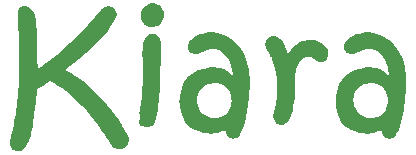
<source format=gbr>
%TF.GenerationSoftware,Altium Limited,Altium Designer,20.0.10 (225)*%
G04 Layer_Color=8388736*
%FSLAX26Y26*%
%MOIN*%
%TF.FileFunction,Soldermask,Top*%
%TF.Part,Single*%
G01*
G75*
G36*
X4136869Y2926038D02*
X4140805Y2925381D01*
X4144742Y2924069D01*
X4149335Y2922101D01*
X4153927Y2919477D01*
X4157864Y2915540D01*
X4158520Y2914884D01*
X4159832Y2913572D01*
X4161145Y2911603D01*
X4163113Y2908323D01*
X4165081Y2904386D01*
X4167049Y2899794D01*
X4167706Y2893889D01*
X4168362Y2887984D01*
Y2887328D01*
Y2886015D01*
Y2884047D01*
X4167706Y2882079D01*
X4166393Y2875518D01*
X4163113Y2868301D01*
X4158520Y2860428D01*
X4155240Y2857147D01*
X4151303Y2854523D01*
X4146710Y2851898D01*
X4141462Y2849930D01*
X4135557Y2848618D01*
X4128340Y2847962D01*
X4125715D01*
X4122435Y2848618D01*
X4118498Y2849274D01*
X4114561Y2850586D01*
X4109969Y2852554D01*
X4105376Y2855179D01*
X4100783Y2859115D01*
X4100127Y2859771D01*
X4099471Y2861084D01*
X4097503Y2863708D01*
X4095535Y2866989D01*
X4093566Y2870925D01*
X4092254Y2875518D01*
X4090942Y2880111D01*
X4090286Y2886015D01*
Y2886672D01*
Y2888640D01*
X4090942Y2891920D01*
X4091598Y2895857D01*
X4092910Y2900450D01*
X4095535Y2905042D01*
X4098159Y2909635D01*
X4102096Y2914228D01*
X4102752Y2914884D01*
X4104064Y2916196D01*
X4106688Y2918164D01*
X4109969Y2920789D01*
X4114561Y2922757D01*
X4119154Y2924725D01*
X4125059Y2926038D01*
X4130964Y2926694D01*
X4133588D01*
X4136869Y2926038D01*
D02*
G37*
G36*
X4540370Y2818437D02*
X4545619Y2815813D01*
X4548900Y2813845D01*
X4552180Y2811220D01*
X4556117Y2807940D01*
X4560053Y2803347D01*
X4563334Y2798098D01*
X4567270Y2792193D01*
X4570551Y2784320D01*
X4574488Y2775791D01*
X4577768Y2765949D01*
X4580392Y2754796D01*
Y2755452D01*
X4581705Y2756764D01*
X4583017Y2759388D01*
X4584329Y2762669D01*
X4590234Y2770542D01*
X4598107Y2779727D01*
X4607949Y2788257D01*
X4613854Y2792849D01*
X4621071Y2796130D01*
X4628288Y2799410D01*
X4636161Y2802035D01*
X4645346Y2803347D01*
X4654532Y2804003D01*
X4659124D01*
X4663717Y2803347D01*
X4670278Y2802691D01*
X4676839Y2800723D01*
X4684712Y2798754D01*
X4691929Y2795474D01*
X4698490Y2790881D01*
X4699146Y2790225D01*
X4701115Y2788257D01*
X4704395Y2785632D01*
X4707676Y2781696D01*
X4710300Y2777103D01*
X4713581Y2771854D01*
X4715549Y2765293D01*
X4716205Y2758076D01*
Y2757420D01*
Y2756108D01*
X4715549Y2754140D01*
Y2751515D01*
X4712925Y2744954D01*
X4711613Y2741674D01*
X4708988Y2738393D01*
X4707676Y2737081D01*
X4704395Y2734456D01*
X4698490Y2731832D01*
X4695210Y2731176D01*
X4691273Y2730520D01*
X4689961D01*
X4686025Y2731832D01*
X4679464Y2734456D01*
X4675527Y2736425D01*
X4671590Y2739705D01*
X4670934Y2740361D01*
X4669622Y2741017D01*
X4667654Y2742330D01*
X4665029Y2744298D01*
X4658468Y2747579D01*
X4655188Y2748235D01*
X4652564Y2748891D01*
X4649283D01*
X4645346Y2747579D01*
X4640098Y2746266D01*
X4634849Y2744298D01*
X4628944Y2740361D01*
X4623039Y2735769D01*
X4617790Y2729208D01*
X4617134Y2728552D01*
X4615822Y2725927D01*
X4613854Y2721334D01*
X4611229Y2715430D01*
X4608605Y2708213D01*
X4606636Y2699027D01*
X4605324Y2688530D01*
X4604668Y2676720D01*
Y2643915D01*
Y2643259D01*
Y2641290D01*
Y2638666D01*
Y2634729D01*
X4604012Y2630137D01*
Y2624888D01*
X4603356Y2611766D01*
X4602044Y2597988D01*
X4599419Y2582897D01*
X4596795Y2568463D01*
X4592858Y2555341D01*
Y2554685D01*
X4592202Y2554029D01*
X4590890Y2550092D01*
X4587610Y2544844D01*
X4584329Y2538939D01*
X4579080Y2532378D01*
X4573832Y2527129D01*
X4567270Y2523192D01*
X4563990Y2522536D01*
X4560053Y2521880D01*
X4558741D01*
X4555461Y2522536D01*
X4551524Y2523192D01*
X4546275Y2525161D01*
X4541026Y2528441D01*
X4537090Y2533690D01*
X4533809Y2540251D01*
X4532497Y2549436D01*
Y2550749D01*
X4533153Y2552717D01*
Y2555341D01*
X4533809Y2559934D01*
X4535122Y2565839D01*
X4537090Y2573056D01*
X4539058Y2582897D01*
Y2583553D01*
X4539714Y2584210D01*
X4540370Y2587490D01*
X4541683Y2593395D01*
X4542995Y2600612D01*
X4544307Y2608485D01*
X4544963Y2617671D01*
X4546275Y2626856D01*
Y2636041D01*
Y2636698D01*
Y2639322D01*
Y2642602D01*
Y2647195D01*
X4545619Y2653100D01*
X4544963Y2659661D01*
Y2667534D01*
X4543651Y2675407D01*
X4541683Y2693122D01*
X4537746Y2710837D01*
X4533153Y2729208D01*
X4526592Y2745610D01*
Y2746266D01*
X4525936Y2747579D01*
X4524624Y2748891D01*
X4522656Y2752171D01*
X4520687Y2756108D01*
X4517407Y2762013D01*
X4512814Y2769886D01*
Y2770542D01*
X4511502Y2772510D01*
X4510846Y2774479D01*
X4509534Y2777759D01*
X4506909Y2784976D01*
X4506253Y2788913D01*
X4505597Y2792193D01*
Y2792849D01*
Y2794162D01*
X4506253Y2795474D01*
X4506909Y2798098D01*
X4509534Y2804003D01*
X4511502Y2807284D01*
X4514782Y2810564D01*
X4515439Y2811220D01*
X4516095Y2811876D01*
X4518063Y2813189D01*
X4520687Y2815157D01*
X4527248Y2817781D01*
X4531185Y2818437D01*
X4535122Y2819093D01*
X4536434D01*
X4540370Y2818437D01*
D02*
G37*
G36*
X4861859Y2828935D02*
X4869733Y2827623D01*
X4878918Y2824998D01*
X4889416Y2821062D01*
X4901225Y2815813D01*
X4913035Y2809252D01*
X4924189Y2800066D01*
X4935999Y2788913D01*
X4941247Y2782352D01*
X4946496Y2775135D01*
X4951089Y2767262D01*
X4955682Y2758732D01*
X4960274Y2749547D01*
X4963555Y2739705D01*
X4966835Y2728552D01*
X4970116Y2716742D01*
X4972084Y2704276D01*
X4974052Y2690498D01*
X4974709Y2676064D01*
X4975365Y2660973D01*
Y2660317D01*
Y2657693D01*
Y2654412D01*
Y2649164D01*
X4974709Y2642602D01*
X4974052Y2635385D01*
X4973396Y2626856D01*
X4972740Y2617015D01*
X4972084Y2606517D01*
X4970116Y2595363D01*
X4968804Y2583553D01*
X4966835Y2571088D01*
X4961587Y2544844D01*
X4955026Y2516631D01*
Y2515975D01*
X4954369Y2514663D01*
X4953713Y2512695D01*
X4953057Y2510070D01*
X4950433Y2503509D01*
X4946496Y2496292D01*
X4941904Y2488419D01*
X4935999Y2481858D01*
X4932062Y2479234D01*
X4928782Y2477265D01*
X4924845Y2475953D01*
X4920252Y2475297D01*
X4918940D01*
X4916316Y2475953D01*
X4912379Y2476609D01*
X4907786Y2479234D01*
X4902538Y2482514D01*
X4898601Y2487763D01*
X4895977Y2494980D01*
X4894664Y2498917D01*
Y2504165D01*
Y2504822D01*
Y2505478D01*
X4892040Y2504165D01*
X4888103Y2501541D01*
X4882199Y2499573D01*
X4874981Y2496948D01*
X4867108Y2494324D01*
X4857923Y2493012D01*
X4847425Y2492356D01*
X4842833D01*
X4838896Y2493012D01*
X4834959D01*
X4829711Y2493668D01*
X4818557Y2495636D01*
X4806091Y2499573D01*
X4792969Y2504165D01*
X4780503Y2511383D01*
X4773942Y2515319D01*
X4768693Y2520568D01*
Y2521224D01*
X4767381Y2521880D01*
X4766069Y2523848D01*
X4764100Y2525817D01*
X4759508Y2532378D01*
X4754915Y2541563D01*
X4749666Y2552717D01*
X4745074Y2566495D01*
X4741793Y2582241D01*
X4741137Y2591427D01*
X4740481Y2600612D01*
Y2601268D01*
Y2602580D01*
Y2605861D01*
X4741137Y2609141D01*
Y2613734D01*
X4741793Y2618327D01*
X4744417Y2630137D01*
X4747698Y2643259D01*
X4752947Y2657037D01*
X4760820Y2670159D01*
X4765413Y2676720D01*
X4770662Y2682625D01*
X4771318Y2683281D01*
X4771974Y2683937D01*
X4773942Y2685249D01*
X4776566Y2687217D01*
X4779191Y2689842D01*
X4783127Y2692466D01*
X4792313Y2698371D01*
X4804123Y2703620D01*
X4817901Y2708869D01*
X4834303Y2712149D01*
X4842833Y2713461D01*
X4856611D01*
X4859235Y2712805D01*
X4867108Y2712149D01*
X4876950Y2710181D01*
X4888103Y2706900D01*
X4898601Y2701651D01*
X4909099Y2695090D01*
X4918284Y2685905D01*
Y2687217D01*
Y2689842D01*
X4917628Y2693778D01*
X4916316Y2699683D01*
X4915003Y2706244D01*
X4913691Y2714117D01*
X4911067Y2721991D01*
X4907786Y2730520D01*
X4904506Y2738393D01*
X4899913Y2746266D01*
X4894008Y2754140D01*
X4887447Y2760700D01*
X4880230Y2766605D01*
X4871045Y2770542D01*
X4861203Y2773823D01*
X4850050Y2774479D01*
X4847425D01*
X4844801Y2773823D01*
X4840864Y2773166D01*
X4836271Y2772510D01*
X4831023Y2770542D01*
X4825118Y2768574D01*
X4818557Y2765293D01*
X4817901Y2764637D01*
X4815932Y2763981D01*
X4812652Y2762669D01*
X4809371Y2760700D01*
X4801498Y2757420D01*
X4797562Y2756764D01*
X4794937Y2756108D01*
X4792969D01*
X4791001Y2756764D01*
X4788376Y2757420D01*
X4782471Y2759388D01*
X4779191Y2761357D01*
X4775910Y2763981D01*
Y2764637D01*
X4774598Y2765293D01*
X4773286Y2767262D01*
X4771974Y2769886D01*
X4769349Y2775791D01*
X4768693Y2779727D01*
X4768037Y2783664D01*
Y2784320D01*
X4768693Y2786945D01*
X4769349Y2790225D01*
X4771318Y2794162D01*
X4773942Y2799410D01*
X4778535Y2804659D01*
X4784440Y2810564D01*
X4792313Y2815813D01*
X4793625Y2816469D01*
X4796905Y2817781D01*
X4801498Y2820406D01*
X4808715Y2823030D01*
X4817244Y2825654D01*
X4827086Y2828279D01*
X4838240Y2829591D01*
X4850050Y2830247D01*
X4855298D01*
X4861859Y2828935D01*
D02*
G37*
G36*
X4340916Y2828935D02*
X4348789Y2827623D01*
X4357975Y2824998D01*
X4368472Y2821062D01*
X4380282Y2815813D01*
X4392092Y2809252D01*
X4403245Y2800066D01*
X4415055Y2788913D01*
X4420304Y2782352D01*
X4425553Y2775135D01*
X4430146Y2767261D01*
X4434738Y2758732D01*
X4439331Y2749547D01*
X4442611Y2739705D01*
X4445892Y2728552D01*
X4449172Y2716742D01*
X4451141Y2704276D01*
X4453109Y2690498D01*
X4453765Y2676064D01*
X4454421Y2660973D01*
Y2660317D01*
Y2657693D01*
Y2654412D01*
Y2649163D01*
X4453765Y2642602D01*
X4453109Y2635385D01*
X4452453Y2626856D01*
X4451797Y2617015D01*
X4451141Y2606517D01*
X4449172Y2595363D01*
X4447860Y2583553D01*
X4445892Y2571088D01*
X4440643Y2544843D01*
X4434082Y2516631D01*
Y2515975D01*
X4433426Y2514663D01*
X4432770Y2512695D01*
X4432114Y2510070D01*
X4429489Y2503509D01*
X4425553Y2496292D01*
X4420960Y2488419D01*
X4415055Y2481858D01*
X4411119Y2479233D01*
X4407838Y2477265D01*
X4403902Y2475953D01*
X4399309Y2475297D01*
X4397997D01*
X4395372Y2475953D01*
X4391436Y2476609D01*
X4386843Y2479233D01*
X4381594Y2482514D01*
X4377658Y2487763D01*
X4375033Y2494980D01*
X4373721Y2498916D01*
Y2504165D01*
Y2504821D01*
Y2505477D01*
X4371097Y2504165D01*
X4367160Y2501541D01*
X4361255Y2499573D01*
X4354038Y2496948D01*
X4346165Y2494324D01*
X4336979Y2493012D01*
X4326482Y2492356D01*
X4321889D01*
X4317953Y2493012D01*
X4314016D01*
X4308767Y2493668D01*
X4297613Y2495636D01*
X4285148Y2499573D01*
X4272025Y2504165D01*
X4259560Y2511382D01*
X4252999Y2515319D01*
X4247750Y2520568D01*
Y2521224D01*
X4246438Y2521880D01*
X4245125Y2523848D01*
X4243157Y2525817D01*
X4238564Y2532378D01*
X4233972Y2541563D01*
X4228723Y2552717D01*
X4224130Y2566495D01*
X4220850Y2582241D01*
X4220194Y2591427D01*
X4219538Y2600612D01*
Y2601268D01*
Y2602580D01*
Y2605861D01*
X4220194Y2609141D01*
Y2613734D01*
X4220850Y2618327D01*
X4223474Y2630137D01*
X4226755Y2643258D01*
X4232003Y2657037D01*
X4239877Y2670159D01*
X4244469Y2676720D01*
X4249718Y2682624D01*
X4250374Y2683281D01*
X4251030Y2683937D01*
X4252999Y2685249D01*
X4255623Y2687217D01*
X4258247Y2689842D01*
X4262184Y2692466D01*
X4271369Y2698371D01*
X4283179Y2703620D01*
X4296957Y2708869D01*
X4313360Y2712149D01*
X4321889Y2713461D01*
X4335667D01*
X4338292Y2712805D01*
X4346165Y2712149D01*
X4356006Y2710181D01*
X4367160Y2706900D01*
X4377658Y2701651D01*
X4388155Y2695090D01*
X4397341Y2685905D01*
Y2687217D01*
Y2689842D01*
X4396685Y2693778D01*
X4395372Y2699683D01*
X4394060Y2706244D01*
X4392748Y2714117D01*
X4390123Y2721990D01*
X4386843Y2730520D01*
X4383562Y2738393D01*
X4378970Y2746266D01*
X4373065Y2754139D01*
X4366504Y2760700D01*
X4359287Y2766605D01*
X4350101Y2770542D01*
X4340260Y2773822D01*
X4329106Y2774479D01*
X4326482D01*
X4323857Y2773822D01*
X4319921Y2773166D01*
X4315328Y2772510D01*
X4310079Y2770542D01*
X4304174Y2768574D01*
X4297613Y2765293D01*
X4296957Y2764637D01*
X4294989Y2763981D01*
X4291708Y2762669D01*
X4288428Y2760700D01*
X4280555Y2757420D01*
X4276618Y2756764D01*
X4273994Y2756108D01*
X4272025D01*
X4270057Y2756764D01*
X4267433Y2757420D01*
X4261528Y2759388D01*
X4258247Y2761356D01*
X4254967Y2763981D01*
Y2764637D01*
X4253655Y2765293D01*
X4252342Y2767261D01*
X4251030Y2769886D01*
X4248406Y2775791D01*
X4247750Y2779727D01*
X4247094Y2783664D01*
Y2784320D01*
X4247750Y2786944D01*
X4248406Y2790225D01*
X4250374Y2794162D01*
X4252998Y2799410D01*
X4257591Y2804659D01*
X4263496Y2810564D01*
X4271369Y2815813D01*
X4272681Y2816469D01*
X4275962Y2817781D01*
X4280555Y2820405D01*
X4287772Y2823030D01*
X4296301Y2825654D01*
X4306143Y2828279D01*
X4317296Y2829591D01*
X4329106Y2830247D01*
X4334355D01*
X4340916Y2828935D01*
D02*
G37*
G36*
X4134244Y2824342D02*
X4138837Y2823030D01*
X4144086Y2821062D01*
X4148679Y2817125D01*
X4153271Y2811220D01*
X4155240Y2807940D01*
X4156552Y2803347D01*
X4157864Y2798754D01*
Y2792849D01*
Y2792193D01*
Y2790881D01*
Y2788913D01*
Y2786288D01*
Y2783008D01*
X4157864Y2778415D01*
Y2767918D01*
Y2755452D01*
X4157208Y2741017D01*
Y2725271D01*
X4156552Y2708212D01*
X4155896Y2690498D01*
X4155240Y2672127D01*
X4153271Y2635385D01*
X4151959Y2617015D01*
X4150647Y2599956D01*
X4148679Y2584209D01*
X4146710Y2569775D01*
Y2568463D01*
X4146054Y2565183D01*
X4144742Y2559934D01*
X4144086Y2554029D01*
X4142774Y2547468D01*
X4140806Y2541563D01*
X4139493Y2535658D01*
X4137525Y2531722D01*
X4136869Y2531065D01*
X4136213Y2529097D01*
X4133588Y2525817D01*
X4130964Y2522536D01*
X4127027Y2519256D01*
X4122435Y2515975D01*
X4117186Y2514007D01*
X4110625Y2513351D01*
X4108657D01*
X4106032Y2514007D01*
X4103408Y2514663D01*
X4096847Y2516631D01*
X4092910Y2518599D01*
X4089630Y2521224D01*
Y2521880D01*
X4088318Y2522536D01*
X4086349Y2526473D01*
X4085693Y2529753D01*
X4085037Y2533034D01*
X4085693Y2536970D01*
X4087005Y2540907D01*
X4087661Y2541563D01*
X4088318Y2542875D01*
X4088974Y2544843D01*
Y2547468D01*
Y2551405D01*
X4087661Y2555997D01*
X4085693Y2561246D01*
Y2561902D01*
X4086349Y2564526D01*
X4087661Y2568463D01*
X4088318Y2573712D01*
X4089630Y2580929D01*
X4090942Y2588802D01*
X4092254Y2597988D01*
X4093566Y2607829D01*
Y2608485D01*
Y2609797D01*
X4094222Y2611766D01*
Y2614390D01*
Y2617671D01*
X4094878Y2621607D01*
X4095535Y2631449D01*
X4096191Y2643915D01*
X4096847Y2657693D01*
X4097503Y2673439D01*
Y2690498D01*
Y2691154D01*
Y2693778D01*
Y2698371D01*
Y2703620D01*
Y2710181D01*
Y2717398D01*
X4096847Y2725271D01*
Y2733800D01*
Y2735113D01*
Y2737737D01*
Y2741017D01*
Y2745610D01*
X4096191Y2750203D01*
Y2754139D01*
Y2757420D01*
Y2758732D01*
Y2759388D01*
Y2760044D01*
Y2764637D01*
X4096847Y2770542D01*
Y2777759D01*
X4097503Y2784976D01*
X4098815Y2792849D01*
X4100127Y2799410D01*
X4102096Y2804659D01*
X4102752Y2805315D01*
X4103408Y2807940D01*
X4105376Y2811220D01*
X4108000Y2815157D01*
X4111937Y2818437D01*
X4116530Y2821718D01*
X4122435Y2824342D01*
X4129652Y2824998D01*
X4130964D01*
X4134244Y2824342D01*
D02*
G37*
G36*
X3711060Y2917508D02*
X3715653Y2915540D01*
X3722214Y2911603D01*
X3725494Y2908323D01*
X3728119Y2905042D01*
X3731399Y2900450D01*
X3734023Y2895201D01*
X3737304Y2888640D01*
X3739272Y2881423D01*
X3741240Y2872893D01*
X3742553Y2863052D01*
Y2861740D01*
Y2860427D01*
X3743209Y2857803D01*
Y2853867D01*
Y2848618D01*
X3743865Y2842713D01*
Y2834840D01*
X3744521Y2825654D01*
Y2815157D01*
X3745177Y2802035D01*
X3745833Y2787600D01*
X3745833Y2770542D01*
X3746489Y2751515D01*
Y2729864D01*
X3747146Y2718710D01*
Y2706244D01*
X3748458Y2706900D01*
X3751738Y2709524D01*
X3757643Y2714117D01*
X3765516Y2719366D01*
X3774702Y2726583D01*
X3785855Y2735112D01*
X3797665Y2744954D01*
X3810787Y2755452D01*
X3825221Y2767261D01*
X3839655Y2779727D01*
X3854746Y2793505D01*
X3869836Y2807283D01*
X3900017Y2837464D01*
X3914451Y2853211D01*
X3928229Y2869613D01*
Y2870269D01*
X3929541Y2870925D01*
X3932166Y2874862D01*
X3936758Y2880111D01*
X3942007Y2886015D01*
X3947256Y2892577D01*
X3951849Y2897825D01*
X3955785Y2902418D01*
X3957097Y2903730D01*
X3957753Y2904386D01*
X3958410Y2905042D01*
X3959722Y2906355D01*
X3962346Y2908323D01*
X3964971Y2910947D01*
X3968907Y2912916D01*
X3973500Y2914884D01*
X3978093Y2916196D01*
X3983341Y2916852D01*
X3984654D01*
X3987278Y2916196D01*
X3991871Y2915540D01*
X3997119Y2913572D01*
X4001712Y2910291D01*
X4006305Y2905698D01*
X4008929Y2899137D01*
X4010242Y2890608D01*
Y2889952D01*
Y2887984D01*
X4008929Y2884703D01*
X4007617Y2880111D01*
X4004993Y2874206D01*
X4001056Y2866332D01*
X3995807Y2857803D01*
X3989246Y2847306D01*
X3980061Y2834840D01*
X3968907Y2821062D01*
X3962346Y2813845D01*
X3955129Y2805971D01*
X3946600Y2798098D01*
X3938070Y2789569D01*
X3928885Y2780383D01*
X3919044Y2770542D01*
X3907890Y2760700D01*
X3896080Y2750859D01*
X3883614Y2739705D01*
X3869836Y2728551D01*
X3855402Y2716742D01*
X3839656Y2704932D01*
X3840312Y2704276D01*
X3842280Y2703620D01*
X3846217Y2700995D01*
X3850809Y2698371D01*
X3856714Y2695090D01*
X3863275Y2690498D01*
X3870492Y2685905D01*
X3879022Y2680000D01*
X3888207Y2673439D01*
X3897392Y2666878D01*
X3917075Y2650476D01*
X3937414Y2632105D01*
X3957754Y2611766D01*
X3958410Y2611110D01*
X3959722Y2609797D01*
X3962346Y2607173D01*
X3964971Y2603236D01*
X3968907Y2599300D01*
X3973500Y2594051D01*
X3978093Y2588146D01*
X3983341Y2582241D01*
X3994495Y2568463D01*
X4006305Y2552717D01*
X4017459Y2536970D01*
X4027956Y2520568D01*
Y2519912D01*
X4029269Y2519256D01*
X4029925Y2517287D01*
X4031893Y2514663D01*
X4035173Y2508758D01*
X4039766Y2500885D01*
X4043703Y2493012D01*
X4047639Y2485138D01*
X4050264Y2477265D01*
X4050920Y2471360D01*
Y2470704D01*
Y2469392D01*
X4050264Y2466768D01*
X4049608Y2464143D01*
X4046983Y2457582D01*
X4045015Y2453646D01*
X4041734Y2450365D01*
X4041078Y2449709D01*
X4040422Y2449053D01*
X4038454Y2447741D01*
X4035829Y2445772D01*
X4028612Y2442492D01*
X4024020Y2441836D01*
X4019427Y2441180D01*
X4016803D01*
X4014178Y2441836D01*
X4010898Y2442492D01*
X4006961Y2443804D01*
X4003024Y2445772D01*
X3999088Y2448397D01*
X3995807Y2451677D01*
X3995151Y2452333D01*
X3994495Y2453646D01*
X3991871Y2456270D01*
X3989246Y2460863D01*
X3985310Y2466111D01*
X3980061Y2473329D01*
X3974156Y2482514D01*
X3966939Y2493668D01*
Y2494324D01*
X3966283Y2494980D01*
X3963659Y2498916D01*
X3959722Y2505477D01*
X3954473Y2512695D01*
X3948568Y2521224D01*
X3942007Y2530409D01*
X3936102Y2538939D01*
X3929541Y2547468D01*
X3928885Y2548780D01*
X3926261Y2551405D01*
X3922980Y2555341D01*
X3917731Y2561246D01*
X3911171Y2568463D01*
X3903953Y2576336D01*
X3895424Y2584865D01*
X3885583Y2594707D01*
X3875741Y2604548D01*
X3864587Y2614390D01*
X3840312Y2634073D01*
X3827846Y2643258D01*
X3814724Y2652444D01*
X3801602Y2660317D01*
X3787824Y2667534D01*
X3786512Y2666878D01*
X3783231Y2664254D01*
X3778638Y2660973D01*
X3772733Y2657037D01*
X3765516Y2652444D01*
X3758299Y2647851D01*
X3751738Y2643258D01*
X3745177Y2639322D01*
Y2638010D01*
X3744521Y2634729D01*
Y2629480D01*
X3743865Y2622263D01*
X3742553Y2613078D01*
X3741897Y2603236D01*
X3740584Y2592083D01*
X3739272Y2580273D01*
X3735992Y2554685D01*
X3732711Y2529097D01*
X3730743Y2516631D01*
X3728119Y2504821D01*
X3726150Y2494324D01*
X3723526Y2484482D01*
Y2483826D01*
X3722870Y2482514D01*
X3722214Y2479890D01*
X3720901Y2476609D01*
X3717621Y2468080D01*
X3713028Y2458894D01*
X3707123Y2449709D01*
X3699250Y2441180D01*
X3695314Y2437899D01*
X3690721Y2435275D01*
X3685472Y2433963D01*
X3680223Y2433306D01*
X3678255D01*
X3676287Y2433963D01*
X3673662Y2434619D01*
X3667757Y2437243D01*
X3664477Y2439211D01*
X3661852Y2441836D01*
Y2442492D01*
X3660540Y2443148D01*
X3658572Y2447084D01*
X3655948Y2453646D01*
X3655291Y2457582D01*
X3654635Y2461519D01*
Y2462175D01*
Y2462831D01*
Y2464799D01*
X3655291Y2466767D01*
Y2470048D01*
X3655948Y2473985D01*
X3656604Y2478577D01*
X3657916Y2483826D01*
Y2484482D01*
X3658572Y2487107D01*
X3659884Y2490387D01*
X3661196Y2494324D01*
X3663165Y2502197D01*
X3664477Y2505477D01*
X3665133Y2508102D01*
Y2509414D01*
X3665789Y2512038D01*
X3667101Y2517287D01*
X3668414Y2524504D01*
X3669726Y2533034D01*
X3671694Y2542875D01*
X3673662Y2554685D01*
X3675631Y2568463D01*
X3677599Y2582897D01*
X3679567Y2598644D01*
X3681535Y2615702D01*
X3682848Y2633417D01*
X3684160Y2652444D01*
X3685472Y2672127D01*
X3686128Y2692466D01*
Y2713461D01*
Y2714117D01*
Y2716086D01*
Y2719366D01*
Y2723303D01*
Y2728551D01*
Y2734456D01*
Y2741017D01*
Y2748890D01*
X3685472Y2757420D01*
Y2765949D01*
X3684816Y2785632D01*
X3684160Y2805971D01*
X3683504Y2827622D01*
Y2828279D01*
Y2830247D01*
Y2832871D01*
X3682848Y2836808D01*
Y2840744D01*
Y2845993D01*
X3682191Y2856491D01*
X3681535Y2866988D01*
Y2872237D01*
Y2876174D01*
X3680879Y2880110D01*
Y2882735D01*
Y2884703D01*
Y2885359D01*
Y2886015D01*
Y2886671D01*
Y2890608D01*
Y2895857D01*
X3682191Y2901762D01*
X3684816Y2907667D01*
X3689409Y2912916D01*
X3692033Y2914884D01*
X3695970Y2916852D01*
X3700562Y2917508D01*
X3705811Y2918164D01*
X3707123D01*
X3711060Y2917508D01*
D02*
G37*
%LPC*%
G36*
X4859235Y2660973D02*
X4856611D01*
X4853986Y2660317D01*
X4850050D01*
X4845457Y2659005D01*
X4840208Y2657693D01*
X4834959Y2656381D01*
X4829711Y2653756D01*
X4823806Y2650476D01*
X4818557Y2647195D01*
X4813308Y2641946D01*
X4808715Y2636698D01*
X4804779Y2630137D01*
X4802154Y2622263D01*
X4800186Y2613734D01*
X4799530Y2603236D01*
Y2602580D01*
Y2600612D01*
X4800186Y2597988D01*
Y2594051D01*
X4801498Y2589458D01*
X4802810Y2584866D01*
X4804779Y2579617D01*
X4806747Y2574368D01*
X4810028Y2568463D01*
X4813964Y2563214D01*
X4819213Y2558622D01*
X4824462Y2554029D01*
X4831679Y2550092D01*
X4839552Y2547468D01*
X4848737Y2545500D01*
X4859235Y2544844D01*
X4863172D01*
X4868420Y2545500D01*
X4873669Y2546812D01*
X4880230Y2548780D01*
X4886791Y2551405D01*
X4893352Y2554685D01*
X4899257Y2559934D01*
X4899913Y2560590D01*
X4901882Y2562558D01*
X4903850Y2566495D01*
X4907130Y2571088D01*
X4909755Y2576992D01*
X4911723Y2584210D01*
X4913691Y2592739D01*
X4914347Y2602580D01*
Y2603236D01*
Y2605205D01*
X4913691Y2607829D01*
Y2611766D01*
X4912379Y2616358D01*
X4911723Y2620951D01*
X4907786Y2632105D01*
X4904506Y2637354D01*
X4901225Y2642602D01*
X4896633Y2647195D01*
X4891384Y2651788D01*
X4884823Y2655724D01*
X4877606Y2658349D01*
X4869077Y2660317D01*
X4859235Y2660973D01*
D02*
G37*
G36*
X4895320Y2506790D02*
X4894664D01*
Y2506134D01*
Y2505478D01*
X4895320Y2506134D01*
Y2506790D01*
D02*
G37*
G36*
X4338292Y2660973D02*
X4335667D01*
X4333043Y2660317D01*
X4329106D01*
X4324514Y2659005D01*
X4319265Y2657693D01*
X4314016Y2656381D01*
X4308767Y2653756D01*
X4302862Y2650476D01*
X4297613Y2647195D01*
X4292365Y2641946D01*
X4287772Y2636698D01*
X4283835Y2630137D01*
X4281211Y2622263D01*
X4279243Y2613734D01*
X4278587Y2603236D01*
Y2602580D01*
Y2600612D01*
X4279243Y2597988D01*
Y2594051D01*
X4280555Y2589458D01*
X4281867Y2584866D01*
X4283835Y2579617D01*
X4285804Y2574368D01*
X4289084Y2568463D01*
X4293021Y2563214D01*
X4298270Y2558622D01*
X4303518Y2554029D01*
X4310735Y2550092D01*
X4318609Y2547468D01*
X4327794Y2545500D01*
X4338292Y2544843D01*
X4342228D01*
X4347477Y2545500D01*
X4352726Y2546812D01*
X4359287Y2548780D01*
X4365848Y2551405D01*
X4372409Y2554685D01*
X4378314Y2559934D01*
X4378970Y2560590D01*
X4380938Y2562558D01*
X4382906Y2566495D01*
X4386187Y2571088D01*
X4388811Y2576992D01*
X4390780Y2584209D01*
X4392748Y2592739D01*
X4393404Y2602580D01*
Y2603236D01*
Y2605205D01*
X4392748Y2607829D01*
Y2611766D01*
X4391436Y2616358D01*
X4390780Y2620951D01*
X4386843Y2632105D01*
X4383562Y2637354D01*
X4380282Y2642602D01*
X4375689Y2647195D01*
X4370440Y2651788D01*
X4363880Y2655724D01*
X4356662Y2658349D01*
X4348133Y2660317D01*
X4338292Y2660973D01*
D02*
G37*
G36*
X4374377Y2506790D02*
X4373721D01*
Y2506134D01*
Y2505477D01*
X4374377Y2506134D01*
Y2506790D01*
D02*
G37*
%LPD*%
%TF.MD5,e69a4a3391f19f6df9b2a77eab35ed86*%
M02*

</source>
